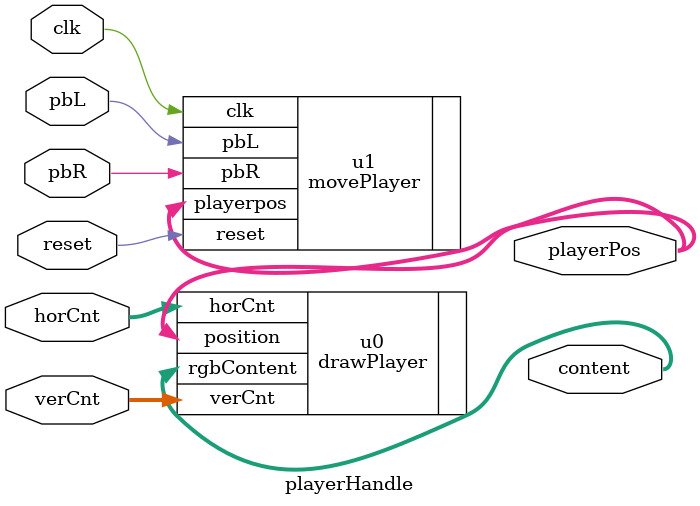
<source format=v>
`timescale 1ns / 1ps
module playerHandle(pbL,
						  pbR,
						  horCnt,
						  verCnt,
						  clk,
						  reset,
						  content,
						  playerPos
    );
	input pbL;
	input pbR;
	input [9:0] horCnt;
	input [9:0] verCnt;
	input clk;
	input reset;
	output [5:0] content;
	output [9:0] playerPos;
	
	
	drawPlayer u0 (.horCnt(horCnt),
						.verCnt(verCnt),
						.position(playerPos),
						.rgbContent(content)
    );
	 
	movePlayer u1 (.pbR(pbR),
						.pbL(pbL),
						.clk(clk),
						.playerpos(playerPos),
						.reset(reset)
    );
endmodule

</source>
